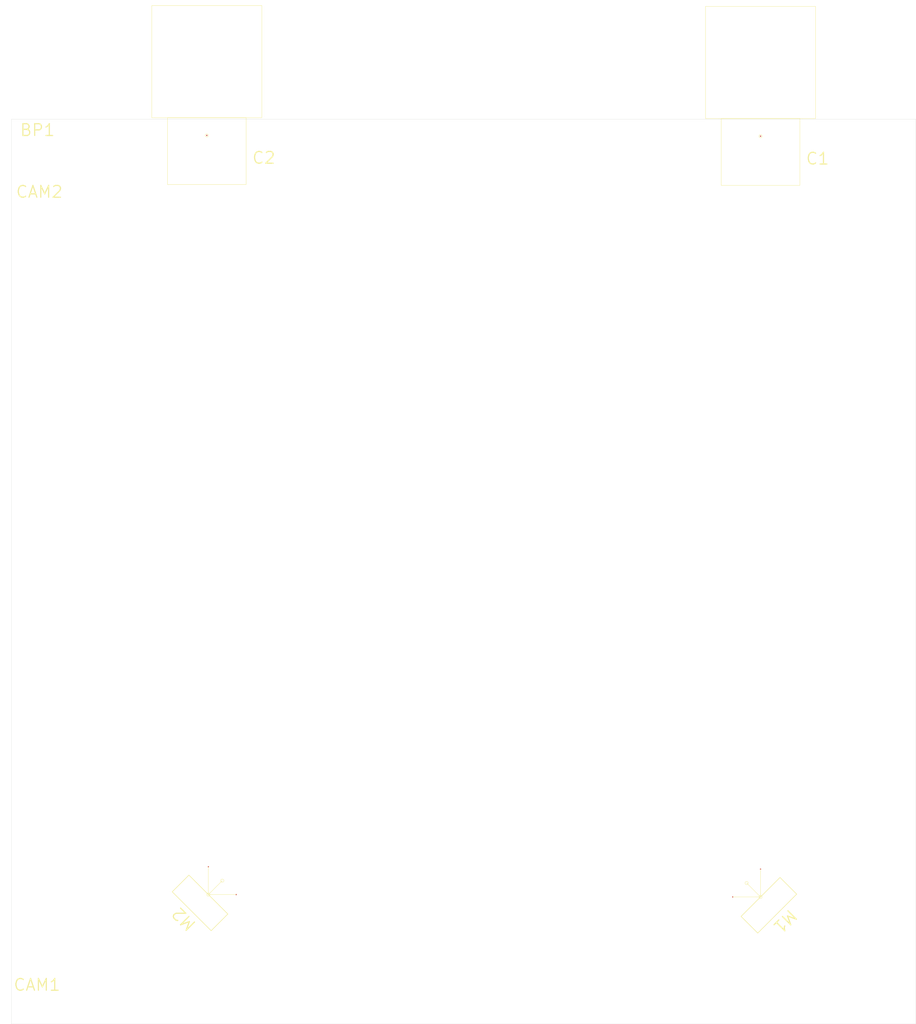
<source format=kicad_pcb>
(kicad_pcb (version 20240108) (generator "pcbnew") (generator_version "8.0")
  (layers (0 "F.Cu" signal) (31 "B.Cu" signal) (34 "B.Paste" user) (35 "F.Paste" user) (36 "B.SilkS" user "B.Silkscreen") (37 "F.SilkS" user "F.Silkscreen") (38 "B.Mask" user) (39 "F.Mask" user) (44 "Edge.Cuts" user))
  (net 0 "")
  (net 1 "Net-(C1-Out)")
  (net 2 "Net-(C2-Out)")
  (net 3 "Net-(M1-Out)")
  (footprint "Optics:Mirror6mm" (layer "F.Cu") (at 99.4 243 45)
    (property "Reference" "M2" (at -8.8 0 135) (layer "F.SilkS") (effects (font (size 3 3) (thickness 0.3))))
    (property "Value" "Mirror 6mm")
    (fp_line (start 0 0) (end 5 -5) (stroke (width 0.1)) (layer "F.SilkS"))
    (fp_line (start 0 0) (end 5 0) (stroke (width 0.1)) (layer "F.SilkS"))
    (fp_line (start 0 0) (end 5 5) (stroke (width 0.1)) (layer "F.SilkS"))
    (fp_circle (center 0 0) (end 0.4 0) (stroke (width 0.1)) (fill none) (layer "F.SilkS"))
    (fp_circle (center 5 0) (end 5.400001 0) (stroke (width 0.1)) (fill none) (layer "F.SilkS"))
    (fp_poly (pts (xy -6 -7) (xy 0 -6.999999) (xy 0 6.999999) (xy -6 7)) (stroke (width 0.15)) (fill none) (layer "F.SilkS"))
    (pad "1" smd circle (at 5 5 135) (size 0.3 0.3) (layers "F.Cu" "F.Paste" "F.Mask") (net 3 "Net-(M1-Out)"))
    (pad "2" smd circle (at 5 -5 135) (size 0.3 0.3) (layers "F.Cu" "F.Paste" "F.Mask") (net 2 "Net-(C2-Out)"))
  )
  (footprint "Optics:Mirror6mm" (layer "F.Cu") (at 239.8 243.6 135)
    (property "Reference" "M1" (at -8.8 0 -135) (layer "F.SilkS") (effects (font (size 3 3) (thickness 0.3))))
    (property "Value" "Mirror 6mm")
    (fp_line (start 0 0) (end 5 -5) (stroke (width 0.1)) (layer "F.SilkS"))
    (fp_line (start 0 0) (end 5 0) (stroke (width 0.1)) (layer "F.SilkS"))
    (fp_line (start 0 0) (end 5 5) (stroke (width 0.1)) (layer "F.SilkS"))
    (fp_circle (center 5 0) (end 5.400001 0) (stroke (width 0.1)) (fill none) (layer "F.SilkS"))
    (fp_circle (center 0 0) (end 0.4 0) (stroke (width 0.1)) (fill none) (layer "F.SilkS"))
    (fp_poly (pts (xy -6 -7) (xy 0 -6.999999) (xy 0 6.999999) (xy -6 7)) (stroke (width 0.15)) (fill none) (layer "F.SilkS"))
    (pad "1" smd circle (at 5 5 225) (size 0.3 0.3) (layers "F.Cu" "F.Paste" "F.Mask") (net 1 "Net-(C1-Out)"))
    (pad "2" smd circle (at 5 -5 225) (size 0.3 0.3) (layers "F.Cu" "F.Paste" "F.Mask") (net 3 "Net-(M1-Out)"))
  )
  (footprint "Optics:S&KCollimator_V1" (layer "F.Cu") (at 239.8 50.2 -90)
    (property "Reference" "C1" (at 5.7 -14.5 0) (layer "F.SilkS") (effects (font (size 3 3) (thickness 0.3))))
    (property "Value" "60SMS-1-4-M5-10")
    (fp_rect (start -33 14) (end -4.5 -14) (stroke (width 0.1)) (fill none) (layer "F.SilkS"))
    (fp_rect (start -4.5 10) (end 12.5 -10) (stroke (width 0.1)) (fill none) (layer "F.SilkS"))
    (fp_circle (center 0 0) (end 0.4 0) (stroke (width 0.1)) (fill none) (layer "F.SilkS"))
    (pad "1" smd circle (at 0 0 180) (size 0.3 0.3) (layers "F.Cu" "F.Paste" "F.Mask") (net 1 "Net-(C1-Out)"))
  )
  (footprint "Optics:Baseplate230mm" (layer "F.Cu") (at 49.3 45.9)
    (property "Reference" "BP1" (at 6.65 2.75 0) (layer "F.SilkS") (effects (font (size 3 3) (thickness 0.3))))
    (property "Value" "230mm")
    (fp_rect (start 0 0) (end 230 230) (stroke (width 0.05)) (fill none) (layer "Edge.Cuts"))
    (fp_text user "CAM1" (at 0.4 221.8 0) (layer "F.SilkS") (effects (font (size 3 3) (thickness 0.3)) (justify left bottom)))
    (fp_text user "CAM2" (at 1 20.2 0) (layer "F.SilkS") (effects (font (size 3 3) (thickness 0.3)) (justify left bottom)))
  )
  (footprint "Optics:S&KCollimator_V1" (layer "F.Cu") (at 99 50 -90)
    (property "Reference" "C2" (at 5.7 -14.5 0) (layer "F.SilkS") (effects (font (size 3 3) (thickness 0.3))))
    (property "Value" "60SMS-1-4-M5-10")
    (fp_rect (start -33 14) (end -4.5 -14) (stroke (width 0.1)) (fill none) (layer "F.SilkS"))
    (fp_rect (start -4.5 10) (end 12.5 -10) (stroke (width 0.1)) (fill none) (layer "F.SilkS"))
    (fp_circle (center 0 0) (end 0.4 0) (stroke (width 0.1)) (fill none) (layer "F.SilkS"))
    (pad "1" smd circle (at 0 0 180) (size 0.3 0.3) (layers "F.Cu" "F.Paste" "F.Mask") (net 2 "Net-(C2-Out)"))
  )
)
</source>
